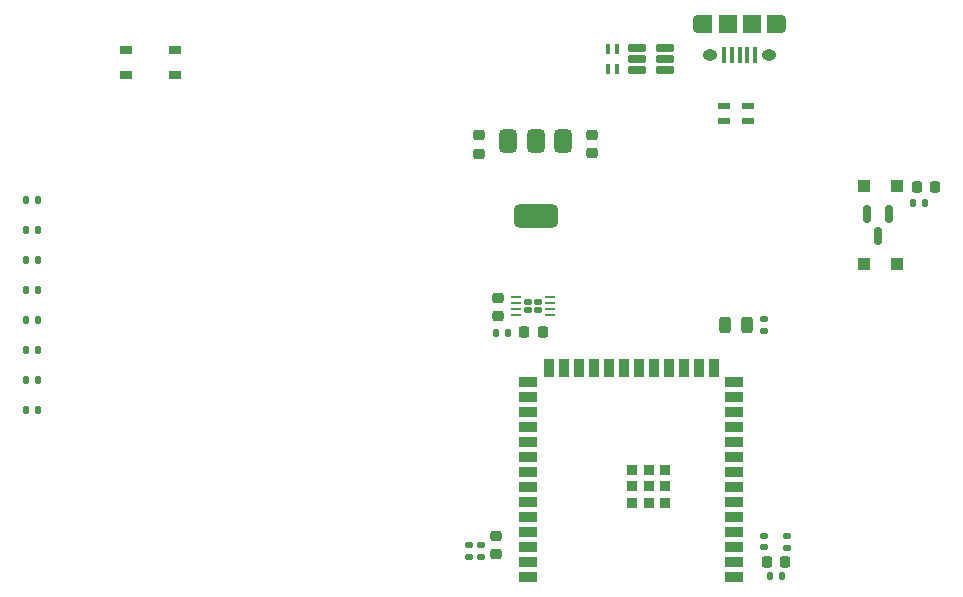
<source format=gbr>
%TF.GenerationSoftware,KiCad,Pcbnew,8.0.4*%
%TF.CreationDate,2025-03-19T10:06:25-07:00*%
%TF.ProjectId,aqp_controller,6171705f-636f-46e7-9472-6f6c6c65722e,rev0*%
%TF.SameCoordinates,Original*%
%TF.FileFunction,Paste,Top*%
%TF.FilePolarity,Positive*%
%FSLAX46Y46*%
G04 Gerber Fmt 4.6, Leading zero omitted, Abs format (unit mm)*
G04 Created by KiCad (PCBNEW 8.0.4) date 2025-03-19 10:06:25*
%MOMM*%
%LPD*%
G01*
G04 APERTURE LIST*
G04 Aperture macros list*
%AMRoundRect*
0 Rectangle with rounded corners*
0 $1 Rounding radius*
0 $2 $3 $4 $5 $6 $7 $8 $9 X,Y pos of 4 corners*
0 Add a 4 corners polygon primitive as box body*
4,1,4,$2,$3,$4,$5,$6,$7,$8,$9,$2,$3,0*
0 Add four circle primitives for the rounded corners*
1,1,$1+$1,$2,$3*
1,1,$1+$1,$4,$5*
1,1,$1+$1,$6,$7*
1,1,$1+$1,$8,$9*
0 Add four rect primitives between the rounded corners*
20,1,$1+$1,$2,$3,$4,$5,0*
20,1,$1+$1,$4,$5,$6,$7,0*
20,1,$1+$1,$6,$7,$8,$9,0*
20,1,$1+$1,$8,$9,$2,$3,0*%
G04 Aperture macros list end*
%ADD10RoundRect,0.243750X-0.243750X-0.456250X0.243750X-0.456250X0.243750X0.456250X-0.243750X0.456250X0*%
%ADD11RoundRect,0.225000X-0.250000X0.225000X-0.250000X-0.225000X0.250000X-0.225000X0.250000X0.225000X0*%
%ADD12RoundRect,0.135000X0.135000X0.185000X-0.135000X0.185000X-0.135000X-0.185000X0.135000X-0.185000X0*%
%ADD13RoundRect,0.135000X-0.185000X0.135000X-0.185000X-0.135000X0.185000X-0.135000X0.185000X0.135000X0*%
%ADD14RoundRect,0.225000X0.225000X0.250000X-0.225000X0.250000X-0.225000X-0.250000X0.225000X-0.250000X0*%
%ADD15R,1.050000X0.650000*%
%ADD16RoundRect,0.135000X0.185000X-0.135000X0.185000X0.135000X-0.185000X0.135000X-0.185000X-0.135000X0*%
%ADD17R,1.000000X0.600000*%
%ADD18RoundRect,0.225000X-0.225000X-0.250000X0.225000X-0.250000X0.225000X0.250000X-0.225000X0.250000X0*%
%ADD19RoundRect,0.140000X0.205000X0.140000X-0.205000X0.140000X-0.205000X-0.140000X0.205000X-0.140000X0*%
%ADD20RoundRect,0.062500X0.337500X0.062500X-0.337500X0.062500X-0.337500X-0.062500X0.337500X-0.062500X0*%
%ADD21RoundRect,0.250000X0.300000X0.300000X-0.300000X0.300000X-0.300000X-0.300000X0.300000X-0.300000X0*%
%ADD22RoundRect,0.225000X0.250000X-0.225000X0.250000X0.225000X-0.250000X0.225000X-0.250000X-0.225000X0*%
%ADD23RoundRect,0.140000X-0.170000X0.140000X-0.170000X-0.140000X0.170000X-0.140000X0.170000X0.140000X0*%
%ADD24RoundRect,0.150000X-0.650000X-0.150000X0.650000X-0.150000X0.650000X0.150000X-0.650000X0.150000X0*%
%ADD25O,0.890000X1.550000*%
%ADD26O,1.250000X0.950000*%
%ADD27R,0.400000X1.350000*%
%ADD28R,1.200000X1.550000*%
%ADD29R,1.500000X1.550000*%
%ADD30RoundRect,0.140000X0.140000X0.170000X-0.140000X0.170000X-0.140000X-0.170000X0.140000X-0.170000X0*%
%ADD31RoundRect,0.375000X-0.375000X0.625000X-0.375000X-0.625000X0.375000X-0.625000X0.375000X0.625000X0*%
%ADD32RoundRect,0.500000X-1.400000X0.500000X-1.400000X-0.500000X1.400000X-0.500000X1.400000X0.500000X0*%
%ADD33R,0.900000X0.900000*%
%ADD34R,1.500000X0.900000*%
%ADD35R,0.900000X1.500000*%
%ADD36RoundRect,0.150000X-0.150000X0.587500X-0.150000X-0.587500X0.150000X-0.587500X0.150000X0.587500X0*%
%ADD37R,0.400000X0.900000*%
%ADD38RoundRect,0.135000X-0.135000X-0.185000X0.135000X-0.185000X0.135000X0.185000X-0.135000X0.185000X0*%
G04 APERTURE END LIST*
D10*
%TO.C,D4*%
X143931146Y-98774674D03*
X145806146Y-98774674D03*
%TD*%
D11*
%TO.C,C6*%
X124533100Y-116564500D03*
X124533100Y-118114500D03*
%TD*%
D12*
%TO.C,R3*%
X85800000Y-90650714D03*
X84780000Y-90650714D03*
%TD*%
%TO.C,R10*%
X125550000Y-99375000D03*
X124530000Y-99375000D03*
%TD*%
D13*
%TO.C,R7*%
X147269614Y-98254295D03*
X147269614Y-99274295D03*
%TD*%
D14*
%TO.C,C3*%
X161725100Y-87060800D03*
X160175100Y-87060800D03*
%TD*%
D15*
%TO.C,SW1*%
X97375000Y-77575000D03*
X93225000Y-77575000D03*
X97375000Y-75425000D03*
X93225000Y-75425000D03*
%TD*%
D12*
%TO.C,R1*%
X85800000Y-88110000D03*
X84780000Y-88110000D03*
%TD*%
D13*
%TO.C,R13*%
X122262100Y-117384500D03*
X122262100Y-118404500D03*
%TD*%
D12*
%TO.C,R4*%
X85800000Y-93191428D03*
X84780000Y-93191428D03*
%TD*%
D14*
%TO.C,C8*%
X149015700Y-118772000D03*
X147465700Y-118772000D03*
%TD*%
D16*
%TO.C,R14*%
X149228300Y-117586900D03*
X149228300Y-116566900D03*
%TD*%
D17*
%TO.C,D1*%
X145878324Y-81472960D03*
X145878324Y-80172960D03*
X143878324Y-80172960D03*
X143878324Y-81472960D03*
%TD*%
D12*
%TO.C,R9*%
X85800000Y-103354284D03*
X84780000Y-103354284D03*
%TD*%
D18*
%TO.C,C5*%
X126950000Y-99300000D03*
X128500000Y-99300000D03*
%TD*%
D19*
%TO.C,U3*%
X128141400Y-97499200D03*
X128141400Y-96799200D03*
X127291400Y-97499200D03*
X127291400Y-96799200D03*
D20*
X129166400Y-97899200D03*
X129166400Y-97399200D03*
X129166400Y-96899200D03*
X129166400Y-96399200D03*
X126266400Y-96399200D03*
X126266400Y-96899200D03*
X126266400Y-97399200D03*
X126266400Y-97899200D03*
%TD*%
D12*
%TO.C,R8*%
X85800000Y-100813570D03*
X84780000Y-100813570D03*
%TD*%
D21*
%TO.C,D3*%
X158500000Y-93551600D03*
X155700000Y-93551600D03*
%TD*%
D22*
%TO.C,C2*%
X132664000Y-84179100D03*
X132664000Y-82629100D03*
%TD*%
D23*
%TO.C,C7*%
X147225000Y-116595300D03*
X147225000Y-117555300D03*
%TD*%
D12*
%TO.C,R5*%
X85800000Y-98272856D03*
X84780000Y-98272856D03*
%TD*%
D24*
%TO.C,U1*%
X136539100Y-75252600D03*
X136539100Y-76202600D03*
X136539100Y-77152600D03*
X138839100Y-77152600D03*
X138839100Y-76202600D03*
X138839100Y-75252600D03*
%TD*%
D22*
%TO.C,C4*%
X124750000Y-97975000D03*
X124750000Y-96425000D03*
%TD*%
D25*
%TO.C,J2*%
X148700000Y-73216300D03*
D26*
X147700000Y-75916300D03*
X142700000Y-75916300D03*
D25*
X141700000Y-73216300D03*
D27*
X146500000Y-75916300D03*
X145850000Y-75916300D03*
X145200000Y-75916300D03*
X144550000Y-75916300D03*
X143900000Y-75916300D03*
D28*
X148100000Y-73216300D03*
D29*
X146200000Y-73216300D03*
X144200000Y-73216300D03*
D28*
X142300000Y-73216300D03*
%TD*%
D30*
%TO.C,C9*%
X148746500Y-120022900D03*
X147786500Y-120022900D03*
%TD*%
D31*
%TO.C,U2*%
X130214000Y-83171700D03*
X127914000Y-83171700D03*
D32*
X127914000Y-89471700D03*
D31*
X125614000Y-83171700D03*
%TD*%
D21*
%TO.C,D2*%
X158500000Y-87000000D03*
X155700000Y-87000000D03*
%TD*%
D22*
%TO.C,C1*%
X123164000Y-84221700D03*
X123164000Y-82671700D03*
%TD*%
D33*
%TO.C,U4*%
X138900000Y-113790000D03*
X138900000Y-112390000D03*
X138900000Y-110990000D03*
X137500000Y-113790000D03*
X137500000Y-112390000D03*
X137500000Y-110990000D03*
X136100000Y-113790000D03*
X136100000Y-112390000D03*
X136100000Y-110990000D03*
D34*
X144750000Y-120110000D03*
X144750000Y-118840000D03*
X144750000Y-117570000D03*
X144750000Y-116300000D03*
X144750000Y-115030000D03*
X144750000Y-113760000D03*
X144750000Y-112490000D03*
X144750000Y-111220000D03*
X144750000Y-109950000D03*
X144750000Y-108680000D03*
X144750000Y-107410000D03*
X144750000Y-106140000D03*
X144750000Y-104870000D03*
X144750000Y-103600000D03*
D35*
X142985000Y-102350000D03*
X141715000Y-102350000D03*
X140445000Y-102350000D03*
X139175000Y-102350000D03*
X137905000Y-102350000D03*
X136635000Y-102350000D03*
X135365000Y-102350000D03*
X134095000Y-102350000D03*
X132825000Y-102350000D03*
X131555000Y-102350000D03*
X130285000Y-102350000D03*
X129015000Y-102350000D03*
D34*
X127250000Y-103600000D03*
X127250000Y-104870000D03*
X127250000Y-106140000D03*
X127250000Y-107410000D03*
X127250000Y-108680000D03*
X127250000Y-109950000D03*
X127250000Y-111220000D03*
X127250000Y-112490000D03*
X127250000Y-113760000D03*
X127250000Y-115030000D03*
X127250000Y-116300000D03*
X127250000Y-117570000D03*
X127250000Y-118840000D03*
X127250000Y-120110000D03*
%TD*%
D36*
%TO.C,Q1*%
X157846800Y-89311800D03*
X155946800Y-89311800D03*
X156896800Y-91186800D03*
%TD*%
D16*
%TO.C,R12*%
X123259700Y-118404500D03*
X123259700Y-117384500D03*
%TD*%
D12*
%TO.C,R11*%
X85800000Y-105895000D03*
X84780000Y-105895000D03*
%TD*%
%TO.C,R6*%
X85800000Y-95732142D03*
X84780000Y-95732142D03*
%TD*%
D37*
%TO.C,L1*%
X134025000Y-77025000D03*
X134025000Y-75325000D03*
X134825000Y-75325000D03*
X134825000Y-77025000D03*
%TD*%
D38*
%TO.C,R2*%
X159894100Y-88407500D03*
X160914100Y-88407500D03*
%TD*%
M02*

</source>
